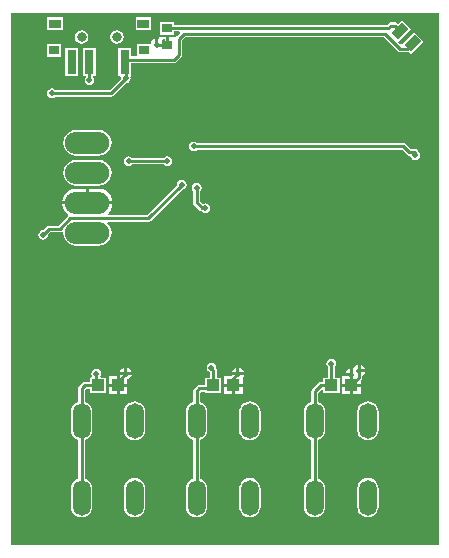
<source format=gtl>
%FSTAX23Y23*%
%MOIN*%
%SFA1B1*%

%IPPOS*%
%AMD23*
4,1,4,-0.027800,-0.005600,-0.005600,-0.027800,0.027800,0.005600,0.005600,0.027800,-0.027800,-0.005600,0.0*
%
G04~CAMADD=23~9~0.0~0.0~315.0~472.4~0.0~0.0~0~0.0~0.0~0.0~0.0~0~0.0~0.0~0.0~0.0~0~0.0~0.0~0.0~135.0~556.0~555.0*
%ADD23D23*%
%ADD24R,0.031500X0.078740*%
%ADD25R,0.039370X0.031500*%
%ADD26R,0.035429X0.031500*%
%ADD27R,0.035433X0.031496*%
%ADD28R,0.043311X0.039370*%
%ADD29C,0.010000*%
%ADD30O,0.148000X0.074000*%
%ADD31C,0.031500*%
%ADD32O,0.059055X0.118110*%
%ADD33C,0.019685*%
%LNpcb1-1*%
%LPD*%
G36*
X01427Y0D02*
X0D01*
Y01771*
X01427*
Y0*
G37*
%LNpcb1-2*%
%LPC*%
G36*
X01303Y0175D02*
X0129Y01737D01*
X01288Y01738*
X01285Y01741*
X0128Y01742*
X01268*
X01263Y01741*
X0126Y01738*
Y01738*
X01255Y01733*
X00545*
Y01744*
X00497*
Y017*
X00545*
Y01711*
X00562*
X00564Y01706*
X00553Y01695*
X00549Y01693*
X00526*
Y01667*
X00516*
Y01693*
X00493*
Y01689*
X00491Y01687*
Y01667*
X00481*
Y01686*
X00478Y01686*
X00471Y01681*
X00467Y01675*
X00466Y0167*
X00421*
Y01628*
X00402*
Y01655*
X00359*
Y01564*
X00365*
X00368Y01559*
X00367Y01555*
X00367Y01554*
X0033Y01517*
X00149*
X00149Y01517*
X00143Y0152*
X00137Y01522*
X00131Y0152*
X00126Y01517*
X00122Y01512*
X00121Y01505*
X00122Y01499*
X00126Y01494*
X00131Y0149*
X00137Y01489*
X00143Y0149*
X00149Y01494*
X00149Y01494*
X00334*
X00338Y01495*
X00342Y01497*
X00383Y01539*
X00383Y01538*
X0039Y0154*
X00395Y01543*
X00398Y01548*
X004Y01555*
X00399Y01559*
X00401Y01564*
X00402*
Y01605*
X00544*
X00548Y01606*
X00552Y01609*
X00568Y01625*
X00571Y01629*
X00572Y01633*
Y01682*
X00583Y01693*
X01243*
X01291Y01645*
X01294Y01643*
X01299Y01642*
X01321*
X01326Y01643*
X01326Y01643*
X01334Y01635*
X01376Y01677*
X01345Y01708*
X01303Y01666*
X01299Y01668*
X01294Y01673*
X01292Y01677*
X01334Y01719*
X01303Y0175*
G37*
G36*
X00468Y01758D02*
X00417D01*
Y01715*
X00468*
Y01758*
G37*
G36*
X00173D02*
X00121D01*
Y01715*
X00173*
Y01758*
G37*
G36*
X00354Y01715D02*
X00345Y01713D01*
X00338Y01708*
X00333Y01701*
X00332Y01692*
X00333Y01684*
X00338Y01677*
X00345Y01672*
X00354Y0167*
X00362Y01672*
X0037Y01677*
X00374Y01684*
X00376Y01692*
X00374Y01701*
X0037Y01708*
X00362Y01713*
X00354Y01715*
G37*
G36*
X00236D02*
X00227Y01713D01*
X0022Y01708*
X00215Y01701*
X00214Y01692*
X00215Y01684*
X0022Y01677*
X00227Y01672*
X00236Y0167*
X00244Y01672*
X00251Y01677*
X00256Y01684*
X00258Y01692*
X00256Y01701*
X00251Y01708*
X00244Y01713*
X00236Y01715*
G37*
G36*
X00169Y0167D02*
X00121D01*
Y01626*
X00169*
Y0167*
G37*
G36*
X00225Y01655D02*
X00182D01*
Y01564*
X00225*
Y01655*
G37*
G36*
X00284D02*
X00241D01*
Y01564*
X00251*
Y01559*
X00251Y01559*
X00247Y01554*
X00246Y01548*
X00247Y01541*
X00251Y01536*
X00256Y01533*
X00262Y01531*
X00269Y01533*
X00274Y01536*
X00277Y01541*
X00279Y01548*
X00277Y01554*
X00274Y01559*
X00274Y01559*
Y01564*
X00284*
Y01655*
G37*
G36*
X00292Y01383D02*
X00218D01*
X00207Y01382*
X00197Y01377*
X00188Y0137*
X00181Y01361*
X00177Y01351*
X00175Y0134*
X00177Y01328*
X00181Y01318*
X00188Y01309*
X00197Y01302*
X00207Y01298*
X00218Y01296*
X00292*
X00304Y01298*
X00314Y01302*
X00323Y01309*
X0033Y01318*
X00334Y01328*
X00336Y0134*
X00334Y01351*
X0033Y01361*
X00323Y0137*
X00314Y01377*
X00304Y01382*
X00292Y01383*
G37*
G36*
X00521Y01295D02*
X00515Y01294D01*
X0051Y0129*
X0051Y0129*
X00405*
X00405Y0129*
X00399Y01294*
X00393Y01295*
X00387Y01294*
X00382Y0129*
X00378Y01285*
X00377Y01279*
X00378Y01273*
X00382Y01268*
X00387Y01264*
X00393Y01263*
X00399Y01264*
X00405Y01268*
X00405Y01268*
X0051*
X0051Y01268*
X00515Y01264*
X00521Y01263*
X00527Y01264*
X00533Y01268*
X00536Y01273*
X00537Y01279*
X00536Y01285*
X00533Y0129*
X00527Y01294*
X00521Y01295*
G37*
G36*
X0061Y01344D02*
X00604Y01343D01*
X00598Y0134*
X00595Y01334*
X00594Y01328*
X00595Y01322*
X00598Y01317*
X00604Y01313*
X0061Y01312*
X00616Y01313*
X00621Y01317*
X00621Y01317*
X01304*
X0132Y01301*
X01324Y01298*
X01328Y01297*
X01332*
X01333Y01293*
X01337Y01287*
X01342Y01284*
X01348Y01283*
X01354Y01284*
X01359Y01287*
X01363Y01293*
X01364Y01299*
X01363Y01305*
X01359Y0131*
X01359Y01311*
X01358Y01313*
X01356Y01316*
X01352Y01319*
X01348Y0132*
X01333*
X01316Y01336*
X01313Y01339*
X01309Y01339*
X00621*
X00621Y0134*
X00616Y01343*
X0061Y01344*
G37*
G36*
X00292Y01283D02*
X00218D01*
X00207Y01282*
X00197Y01277*
X00188Y0127*
X00181Y01261*
X00177Y01251*
X00175Y0124*
X00177Y01228*
X00181Y01218*
X00188Y01209*
X00197Y01202*
X00207Y01198*
X00218Y01196*
X00292*
X00304Y01198*
X00314Y01202*
X00323Y01209*
X0033Y01218*
X00334Y01228*
X00336Y0124*
X00334Y01251*
X0033Y01261*
X00323Y0127*
X00314Y01277*
X00304Y01282*
X00292Y01283*
G37*
G36*
X0057Y01216D02*
X00564Y01215D01*
X00559Y01212*
X00555Y01206*
X00554Y012*
X00554Y012*
X00453Y01099*
X00324*
X00323Y01104*
X00326Y01106*
X00333Y01116*
X00338Y01127*
X00339Y01135*
X00255*
X00172*
X00173Y01127*
X00177Y01116*
X00185Y01106*
X00191Y01102*
X00191Y01096*
X00191Y01096*
X00159Y01064*
X00127*
X00123Y01063*
X0012Y01061*
X00108Y01049*
X00108Y01049*
X00102Y01048*
X00096Y01044*
X00093Y01039*
X00092Y01033*
X00093Y01027*
X00096Y01022*
X00102Y01018*
X00108Y01017*
X00114Y01018*
X00119Y01022*
X00123Y01027*
X00124Y01033*
X00124Y01033*
X00132Y01041*
X00164*
X00168Y01042*
X00171Y01044*
X00175Y01042*
X00175Y0104*
X00177Y01028*
X00181Y01018*
X00188Y01009*
X00197Y01002*
X00207Y00998*
X00218Y00996*
X00292*
X00304Y00998*
X00314Y01002*
X00323Y01009*
X0033Y01018*
X00334Y01028*
X00336Y0104*
X00334Y01051*
X0033Y01061*
X00323Y0107*
X00321Y01072*
X00323Y01076*
X00458*
X00462Y01077*
X00466Y0108*
X0057Y01184*
X0057Y01184*
X00577Y01185*
X00582Y01189*
X00585Y01194*
X00587Y012*
X00585Y01206*
X00582Y01212*
X00577Y01215*
X0057Y01216*
G37*
G36*
X00292Y01187D02*
X0026D01*
Y01145*
X00339*
X00338Y01152*
X00333Y01163*
X00326Y01173*
X00316Y01181*
X00305Y01185*
X00292Y01187*
G37*
G36*
X0025D02*
X00218D01*
X00206Y01185*
X00195Y01181*
X00185Y01173*
X00177Y01163*
X00173Y01152*
X00172Y01145*
X0025*
Y01187*
G37*
G36*
X0062Y01207D02*
X00613Y01205D01*
X00608Y01202*
X00605Y01197*
X00603Y0119*
X00605Y01184*
X00608Y01179*
X00608Y01179*
Y01141*
X00609Y01137*
X00612Y01133*
X00631Y01114*
X00635Y01111*
X00637Y01111*
X00638Y0111*
X00643Y01107*
X00649Y01105*
X00655Y01107*
X00661Y0111*
X00664Y01115*
X00665Y01122*
X00664Y01128*
X00661Y01133*
X00655Y01136*
X00649Y01138*
X00643Y01136*
X00641Y01135*
X00631Y01146*
Y01179*
X00631Y01179*
X00635Y01184*
X00636Y0119*
X00635Y01197*
X00631Y01202*
X00626Y01205*
X0062Y01207*
G37*
G36*
X01156Y00599D02*
X01153Y00599D01*
X01147Y00595*
X01142Y00588*
X01142Y00585*
X0114Y00586*
Y00566*
X01135*
Y00561*
X01113*
X01112Y00561*
X01104*
Y00536*
X01135*
X01167*
Y00547*
X01169Y00549*
X01171Y00552*
X01172Y00557*
Y00564*
X01175Y00566*
X0118Y00572*
X0118Y00575*
X01161*
Y0058*
X01156*
Y00599*
G37*
G36*
X01166D02*
Y00585D01*
X0118*
X0118Y00588*
X01175Y00595*
X01169Y00599*
X01166Y00599*
G37*
G36*
X00762Y0059D02*
Y00575D01*
X00777*
X00776Y00578*
X00772Y00585*
X00765Y00589*
X00762Y0059*
G37*
G36*
X00752D02*
X0075Y00589D01*
X00743Y00585*
X00739Y00578*
X00738Y00575*
X00752*
Y0059*
G37*
G36*
X00388D02*
Y00575D01*
X00403*
X00402Y00578*
X00398Y00585*
X00391Y00589*
X00388Y0059*
G37*
G36*
X00378D02*
X00376Y00589D01*
X00369Y00585*
X00365Y00578*
X00364Y00575*
X00378*
Y0059*
G37*
G36*
X0113Y00586D02*
X01128Y00585D01*
X01121Y00581*
X01117Y00574*
X01116Y00571*
X0113*
Y00586*
G37*
G36*
X00285Y00587D02*
X00279Y00585D01*
X00274Y00582*
X0027Y00577*
X00269Y0057*
X0027Y00564*
X00272Y00562*
X00269Y00557*
X00263*
Y00542*
X00246*
X00241Y00541*
X00238Y00539*
X00228Y00529*
X00225Y00525*
X00225Y00521*
Y00476*
X00218Y00473*
X0021Y00468*
X00205Y0046*
X00201Y00452*
X002Y00442*
Y00383*
X00201Y00374*
X00205Y00365*
X0021Y00358*
X00218Y00352*
X00225Y0035*
Y0022*
X00218Y00218*
X0021Y00212*
X00205Y00204*
X00201Y00196*
X002Y00187*
Y00127*
X00201Y00118*
X00205Y0011*
X0021Y00102*
X00218Y00096*
X00226Y00093*
X00236Y00092*
X00245Y00093*
X00254Y00096*
X00261Y00102*
X00267Y0011*
X0027Y00118*
X00272Y00127*
Y00187*
X0027Y00196*
X00267Y00204*
X00261Y00212*
X00254Y00218*
X00247Y0022*
Y0035*
X00254Y00352*
X00261Y00358*
X00267Y00365*
X0027Y00374*
X00272Y00383*
Y00442*
X0027Y00452*
X00267Y0046*
X00261Y00468*
X00254Y00473*
X00247Y00476*
Y00517*
X0025Y0052*
X00263*
Y00505*
X00318*
Y00557*
X00301*
X00298Y00562*
X003Y00564*
X00301Y0057*
X003Y00577*
X00296Y00582*
X00291Y00585*
X00285Y00587*
G37*
G36*
X00403Y00565D02*
X00363D01*
Y00536*
X00389*
Y00551*
X00391Y00552*
X00398Y00556*
X00402Y00563*
X00403Y00565*
G37*
G36*
X00353Y00561D02*
X00326D01*
Y00536*
X00353*
Y00561*
G37*
G36*
X00669Y00606D02*
X00663Y00605D01*
X00657Y00601*
X00654Y00596*
X00653Y0059*
X00654Y00584*
X00657Y00579*
X00663Y00575*
X00663Y00575*
Y00557*
X00647*
Y00532*
X00629*
X00625Y00532*
X00621Y00529*
X00612Y00519*
X00609Y00516*
X00608Y00511*
Y00476*
X00602Y00473*
X00594Y00468*
X00589Y0046*
X00585Y00452*
X00584Y00442*
Y00383*
X00585Y00374*
X00589Y00365*
X00594Y00358*
X00602Y00352*
X00608Y0035*
Y0022*
X00602Y00218*
X00594Y00212*
X00589Y00204*
X00585Y00196*
X00584Y00187*
Y00127*
X00585Y00118*
X00589Y0011*
X00594Y00102*
X00602Y00096*
X0061Y00093*
X0062Y00092*
X00629Y00093*
X00638Y00096*
X00645Y00102*
X00651Y0011*
X00654Y00118*
X00655Y00127*
Y00187*
X00654Y00196*
X00651Y00204*
X00645Y00212*
X00638Y00218*
X00631Y0022*
Y0035*
X00638Y00352*
X00645Y00358*
X00651Y00365*
X00654Y00374*
X00655Y00383*
Y00442*
X00654Y00452*
X00651Y0046*
X00645Y00468*
X00638Y00473*
X00631Y00476*
Y00507*
X00634Y0051*
X00647*
Y00505*
X00702*
Y00557*
X00686*
Y00584*
X00685Y00588*
X00685Y00589*
X00685Y0059*
X00684Y00596*
X0068Y00601*
X00675Y00605*
X00669Y00606*
G37*
G36*
X00777Y00565D02*
X00737D01*
X00734Y00563*
X00732Y00561*
X0071*
Y00536*
X00742*
Y00531*
Y00536*
X00773*
Y00558*
X00776Y00563*
X00777Y00565*
G37*
G36*
X01068Y0062D02*
X01062Y00619D01*
X01057Y00615*
X01053Y0061*
X01052Y00604*
X01053Y00598*
X01057Y00592*
X01057Y00592*
Y00557*
X01041*
Y00542*
X01033*
X01029Y00541*
X01025Y00539*
X01005Y00519*
X01003Y00516*
X01002Y00511*
Y00476*
X00995Y00473*
X00988Y00468*
X00982Y0046*
X00979Y00452*
X00977Y00442*
Y00383*
X00979Y00374*
X00982Y00365*
X00988Y00358*
X00995Y00352*
X01002Y0035*
Y0022*
X00995Y00218*
X00988Y00212*
X00982Y00204*
X00979Y00196*
X00977Y00187*
Y00127*
X00979Y00118*
X00982Y0011*
X00988Y00102*
X00995Y00096*
X01004Y00093*
X01013Y00092*
X01023Y00093*
X01031Y00096*
X01039Y00102*
X01044Y0011*
X01048Y00118*
X01049Y00127*
Y00187*
X01048Y00196*
X01044Y00204*
X01039Y00212*
X01031Y00218*
X01024Y0022*
Y0035*
X01031Y00352*
X01039Y00358*
X01044Y00365*
X01048Y00374*
X01049Y00383*
Y00442*
X01048Y00452*
X01044Y0046*
X01039Y00468*
X01031Y00473*
X01024Y00476*
Y00507*
X01036Y00518*
X01041Y00516*
Y00505*
X01096*
Y00557*
X0108*
Y00592*
X0108Y00592*
X01083Y00598*
X01085Y00604*
X01083Y0061*
X0108Y00615*
X01075Y00619*
X01068Y0062*
G37*
G36*
X01167Y00526D02*
X0114D01*
Y00501*
X01167*
Y00526*
G37*
G36*
X0113D02*
X01104D01*
Y00501*
X0113*
Y00526*
G37*
G36*
X00773D02*
X00747D01*
Y00501*
X00773*
Y00526*
G37*
G36*
X00737D02*
X0071D01*
Y00501*
X00737*
Y00526*
G37*
G36*
X00389D02*
X00363D01*
Y00501*
X00389*
Y00526*
G37*
G36*
X00353D02*
X00326D01*
Y00501*
X00353*
Y00526*
G37*
G36*
X0119Y00478D02*
X01181Y00477D01*
X01173Y00473*
X01165Y00468*
X01159Y0046*
X01156Y00452*
X01155Y00442*
Y00383*
X01156Y00374*
X01159Y00365*
X01165Y00358*
X01173Y00352*
X01181Y00349*
X0119Y00348*
X012Y00349*
X01208Y00352*
X01216Y00358*
X01221Y00365*
X01225Y00374*
X01226Y00383*
Y00442*
X01225Y00452*
X01221Y0046*
X01216Y00468*
X01208Y00473*
X012Y00477*
X0119Y00478*
G37*
G36*
X00797D02*
X00787Y00477D01*
X00779Y00473*
X00771Y00468*
X00766Y0046*
X00762Y00452*
X00761Y00442*
Y00383*
X00762Y00374*
X00766Y00365*
X00771Y00358*
X00779Y00352*
X00787Y00349*
X00797Y00348*
X00806Y00349*
X00815Y00352*
X00822Y00358*
X00828Y00365*
X00831Y00374*
X00833Y00383*
Y00442*
X00831Y00452*
X00828Y0046*
X00822Y00468*
X00815Y00473*
X00806Y00477*
X00797Y00478*
G37*
G36*
X00413D02*
X00404Y00477D01*
X00395Y00473*
X00388Y00468*
X00382Y0046*
X00378Y00452*
X00377Y00442*
Y00383*
X00378Y00374*
X00382Y00365*
X00388Y00358*
X00395Y00352*
X00404Y00349*
X00413Y00348*
X00422Y00349*
X00431Y00352*
X00438Y00358*
X00444Y00365*
X00447Y00374*
X00449Y00383*
Y00442*
X00447Y00452*
X00444Y0046*
X00438Y00468*
X00431Y00473*
X00422Y00477*
X00413Y00478*
G37*
G36*
X0119Y00222D02*
X01181Y00221D01*
X01173Y00218*
X01165Y00212*
X01159Y00204*
X01156Y00196*
X01155Y00187*
Y00127*
X01156Y00118*
X01159Y0011*
X01165Y00102*
X01173Y00096*
X01181Y00093*
X0119Y00092*
X012Y00093*
X01208Y00096*
X01216Y00102*
X01221Y0011*
X01225Y00118*
X01226Y00127*
Y00187*
X01225Y00196*
X01221Y00204*
X01216Y00212*
X01208Y00218*
X012Y00221*
X0119Y00222*
G37*
G36*
X00797D02*
X00787Y00221D01*
X00779Y00218*
X00771Y00212*
X00766Y00204*
X00762Y00196*
X00761Y00187*
Y00127*
X00762Y00118*
X00766Y0011*
X00771Y00102*
X00779Y00096*
X00787Y00093*
X00797Y00092*
X00806Y00093*
X00815Y00096*
X00822Y00102*
X00828Y0011*
X00831Y00118*
X00833Y00127*
Y00187*
X00831Y00196*
X00828Y00204*
X00822Y00212*
X00815Y00218*
X00806Y00221*
X00797Y00222*
G37*
G36*
X00413D02*
X00404Y00221D01*
X00395Y00218*
X00388Y00212*
X00382Y00204*
X00378Y00196*
X00377Y00187*
Y00127*
X00378Y00118*
X00382Y0011*
X00388Y00102*
X00395Y00096*
X00404Y00093*
X00413Y00092*
X00422Y00093*
X00431Y00096*
X00438Y00102*
X00444Y0011*
X00447Y00118*
X00449Y00127*
Y00187*
X00447Y00196*
X00444Y00204*
X00438Y00212*
X00431Y00218*
X00422Y00221*
X00413Y00222*
G37*
%LNpcb1-3*%
%LPD*%
G54D23*
X0134Y01671D03*
X01297Y01714D03*
G54D24*
X00203Y0161D03*
X0038D03*
X00262D03*
G54D25*
X00147Y01737D03*
X00442D03*
G54D26*
X00145Y01648D03*
X00444D03*
G54D27*
X00521Y01667D03*
Y01722D03*
G54D28*
X01068Y00531D03*
X01135D03*
X00742D03*
X00675D03*
X00291D03*
X00358D03*
G54D29*
X0128Y0173D02*
X01297Y01714D01*
X01268Y0173D02*
X0128D01*
X01321Y01653D02*
X0134Y01671D01*
X01299Y01653D02*
X01321D01*
X01248Y01704D02*
X01299Y01653D01*
X00578Y01704D02*
X01248D01*
X01259Y01722D02*
X01268Y0173D01*
X00521Y01722D02*
X01259D01*
X00334Y01505D02*
X00383Y01555D01*
X00137Y01505D02*
X00334D01*
X00199Y01088D02*
X00458D01*
X00164Y01053D02*
X00199Y01088D01*
X00458D02*
X0057Y012D01*
X0062Y01141D02*
Y0119D01*
Y01141D02*
X00639Y01122D01*
X00649*
X01068Y00531D02*
Y00604D01*
X00393Y01279D02*
X00521D01*
X00669Y0059D02*
X00675Y00584D01*
Y00531D02*
Y00584D01*
X00285Y00537D02*
X00291Y00531D01*
X00285Y00537D02*
Y0057D01*
X00108Y01033D02*
X00127Y01053D01*
X00164*
X00486Y01667D02*
X00521D01*
X01328Y01309D02*
X01348D01*
Y01299D02*
Y01309D01*
X01309Y01328D02*
X01328Y01309D01*
X0061Y01328D02*
X01309D01*
X00262Y01548D02*
Y0161D01*
X01013Y00157D02*
Y00413D01*
X0062Y00157D02*
Y00413D01*
X00236Y00157D02*
Y00413D01*
X00236Y00413D02*
X00236Y00413D01*
X00236Y00413D02*
Y00521D01*
X00246Y00531*
X00291*
X00358D02*
Y00545D01*
X00383Y0057*
X0062Y00413D02*
X0062Y00413D01*
X0062Y00413D02*
Y00511D01*
X00629Y00521*
X00665*
X00675Y00531*
X00742D02*
Y00555D01*
X00757Y0057*
X01135Y00531D02*
Y00566D01*
X01013Y00413D02*
X01013Y00413D01*
X01013Y00413D02*
Y00511D01*
X01033Y00531*
X01068*
X01135D02*
X01161Y00557D01*
Y0058*
X0038Y0161D02*
X00383Y01607D01*
Y01555D02*
Y01607D01*
X00507Y01681D02*
X00521Y01667D01*
X0038Y0161D02*
X00387Y01617D01*
X00544*
X00561Y01633*
Y01687*
X00578Y01704*
G54D30*
X00255Y0104D03*
Y0114D03*
Y0124D03*
Y0134D03*
G54D31*
X00236Y01692D03*
X00354D03*
G54D32*
X00797Y00413D03*
Y00157D03*
X0062Y00413D03*
Y00157D03*
X00236D03*
Y00413D03*
X00413Y00157D03*
Y00413D03*
X0119D03*
Y00157D03*
X01013Y00413D03*
Y00157D03*
G54D33*
X00137Y01505D03*
X0062Y0119D03*
X00649Y01122D03*
X01068Y00604D03*
X00521Y01279D03*
X00393D03*
X00669Y0059D03*
X00285Y0057D03*
X00108Y01033D03*
X0057Y012D03*
X00486Y01667D03*
X01348Y01299D03*
X0061Y01328D03*
X00262Y01548D03*
X00383Y0057D03*
X00757D03*
X01135Y00566D03*
X01161Y0058D03*
X00383Y01555D03*
M02*
</source>
